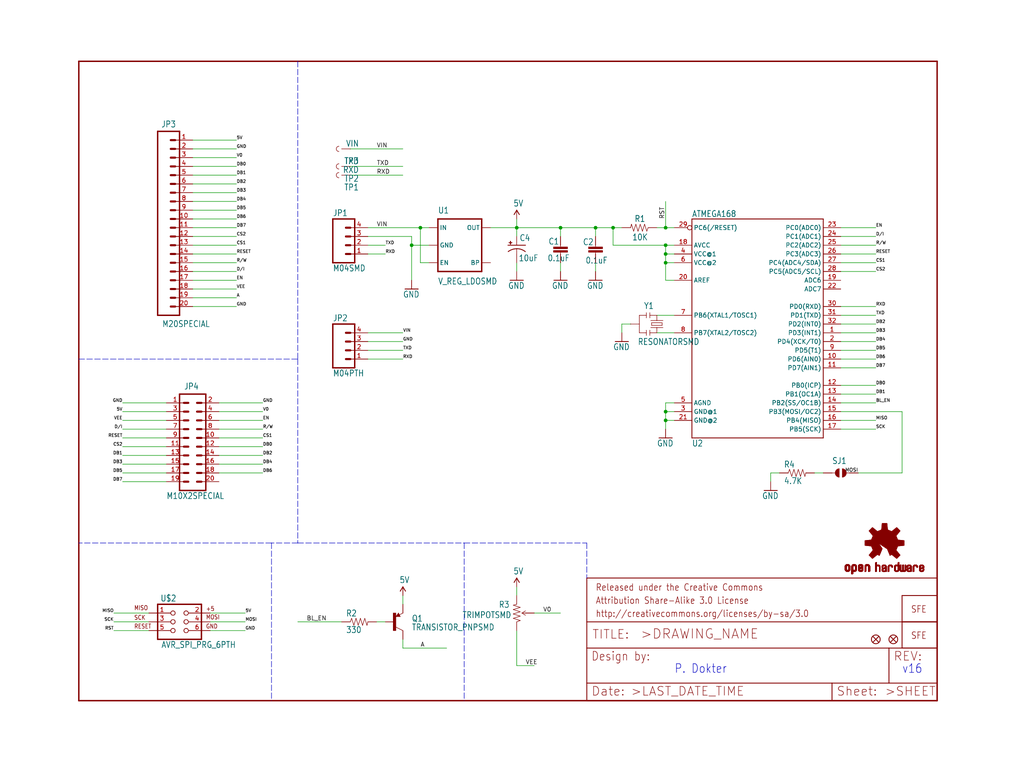
<source format=kicad_sch>
(kicad_sch (version 20211123) (generator eeschema)
  (paper "User" 297.002 223.926)
  (lib_symbols
    (symbol "eagleSchem-eagle-import:5V" (power)
      (property "Value" "5V" (at -1.016 3.556 0))
      (symbol "5V_1_0"
        (pin power_in line (at 0 0 90) (length 2.54) (name "5V") (number "1"))
      )
    )
    (symbol "eagleSchem-eagle-import:ATMEGA168"
      (property "Reference" "U" (at -17.78 -38.1 0))
      (property "Value" "ATMEGA168" (at -17.78 28.448 0))
      (symbol "ATMEGA168_1_0"
        (pin bidirectional line (at 25.4 -5.08 180) (length 5.08) (name "PD3(INT1)") (number "1"))
        (pin bidirectional line (at 25.4 -12.7 180) (length 5.08) (name "PD6(AIN0)") (number "10"))
        (pin bidirectional line (at 25.4 -15.24 180) (length 5.08) (name "PD7(AIN1)") (number "11"))
        (pin bidirectional line (at 25.4 -20.32 180) (length 5.08) (name "PB0(ICP)") (number "12"))
        (pin bidirectional line (at 25.4 -22.86 180) (length 5.08) (name "PB1(OC1A)") (number "13"))
        (pin bidirectional line (at 25.4 -25.4 180) (length 5.08) (name "PB2(SS/OC1B)") (number "14"))
        (pin bidirectional line (at 25.4 -27.94 180) (length 5.08) (name "PB3(MOSI/OC2)") (number "15"))
        (pin bidirectional line (at 25.4 -30.48 180) (length 5.08) (name "PB4(MISO)") (number "16"))
        (pin bidirectional line (at 25.4 -33.02 180) (length 5.08) (name "PB5(SCK)") (number "17"))
        (pin bidirectional line (at -22.86 20.32 0) (length 5.08) (name "AVCC") (number "18"))
        (pin bidirectional line (at 25.4 10.16 180) (length 5.08) (name "ADC6") (number "19"))
        (pin bidirectional line (at 25.4 -7.62 180) (length 5.08) (name "PD4(XCK/T0)") (number "2"))
        (pin bidirectional line (at -22.86 10.16 0) (length 5.08) (name "AREF") (number "20"))
        (pin bidirectional line (at -22.86 -30.48 0) (length 5.08) (name "GND@2") (number "21"))
        (pin bidirectional line (at 25.4 7.62 180) (length 5.08) (name "ADC7") (number "22"))
        (pin bidirectional line (at 25.4 25.4 180) (length 5.08) (name "PC0(ADC0)") (number "23"))
        (pin bidirectional line (at 25.4 22.86 180) (length 5.08) (name "PC1(ADC1)") (number "24"))
        (pin bidirectional line (at 25.4 20.32 180) (length 5.08) (name "PC2(ADC2)") (number "25"))
        (pin bidirectional line (at 25.4 17.78 180) (length 5.08) (name "PC3(ADC3)") (number "26"))
        (pin bidirectional line (at 25.4 15.24 180) (length 5.08) (name "PC4(ADC4/SDA)") (number "27"))
        (pin bidirectional line (at 25.4 12.7 180) (length 5.08) (name "PC5(ADC5/SCL)") (number "28"))
        (pin bidirectional inverted (at -22.86 25.4 0) (length 5.08) (name "PC6(/RESET)") (number "29"))
        (pin bidirectional line (at -22.86 -27.94 0) (length 5.08) (name "GND@1") (number "3"))
        (pin bidirectional line (at 25.4 2.54 180) (length 5.08) (name "PD0(RXD)") (number "30"))
        (pin bidirectional line (at 25.4 0 180) (length 5.08) (name "PD1(TXD)") (number "31"))
        (pin bidirectional line (at 25.4 -2.54 180) (length 5.08) (name "PD2(INT0)") (number "32"))
        (pin bidirectional line (at -22.86 17.78 0) (length 5.08) (name "VCC@1") (number "4"))
        (pin bidirectional line (at -22.86 -25.4 0) (length 5.08) (name "AGND") (number "5"))
        (pin bidirectional line (at -22.86 15.24 0) (length 5.08) (name "VCC@2") (number "6"))
        (pin bidirectional line (at -22.86 0 0) (length 5.08) (name "PB6(XTAL1/TOSC1)") (number "7"))
        (pin bidirectional line (at -22.86 -5.08 0) (length 5.08) (name "PB7(XTAL2/TOSC2)") (number "8"))
        (pin bidirectional line (at 25.4 -10.16 180) (length 5.08) (name "PD5(T1)") (number "9"))
      )
    )
    (symbol "eagleSchem-eagle-import:AVR_SPI_PRG_6PTH"
      (property "Value" "AVR_SPI_PRG_6PTH" (at -4.064 -7.62 0))
      (symbol "AVR_SPI_PRG_6PTH_1_0"
        (text "+5" (at 8.89 3.048 0) (effects (font (size 1.27 1.0795)) (justify left bottom)))
        (text "GND" (at 8.89 -2.032 0) (effects (font (size 1.27 1.0795)) (justify left bottom)))
        (text "MISO" (at -11.938 3.302 0) (effects (font (size 1.27 1.0795)) (justify left bottom)))
        (text "MOSI" (at 8.89 0.635 0) (effects (font (size 1.27 1.0795)) (justify left bottom)))
        (text "RESET" (at -11.938 -2.032 0) (effects (font (size 1.27 1.0795)) (justify left bottom)))
        (text "SCK" (at -11.938 0.508 0) (effects (font (size 1.27 1.0795)) (justify left bottom)))
        (pin passive inverted (at -7.62 2.54 0) (length 7.62) (name "1") (number "1"))
        (pin passive inverted (at 10.16 2.54 180) (length 7.62) (name "2") (number "2"))
        (pin passive inverted (at -7.62 0 0) (length 7.62) (name "3") (number "3"))
        (pin passive inverted (at 10.16 0 180) (length 7.62) (name "4") (number "4"))
        (pin passive inverted (at -7.62 -2.54 0) (length 7.62) (name "5") (number "5"))
        (pin passive inverted (at 10.16 -2.54 180) (length 7.62) (name "6") (number "6"))
      )
    )
    (symbol "eagleSchem-eagle-import:CAP0603-CAP"
      (property "Reference" "C" (at 1.524 2.921 0))
      (property "Value" "CAP0603-CAP" (at 1.524 -2.159 0))
      (symbol "CAP0603-CAP_1_0"
        (pin passive line (at 0 5.08 270) (length 2.54) (name "1") (number "1"))
        (pin passive line (at 0 -2.54 90) (length 2.54) (name "2") (number "2"))
      )
    )
    (symbol "eagleSchem-eagle-import:CAP_POL1206"
      (property "Reference" "C" (at 1.016 0.635 0))
      (property "Value" "CAP_POL1206" (at 1.016 -4.191 0))
      (symbol "CAP_POL1206_1_0"
        (pin passive line (at 0 2.54 270) (length 2.54) (name "+") (number "A"))
        (pin passive line (at 0 -5.08 90) (length 2.54) (name "-") (number "C"))
      )
    )
    (symbol "eagleSchem-eagle-import:FIDUCIAL1X2")
    (symbol "eagleSchem-eagle-import:FRAME-LETTER"
      (symbol "FRAME-LETTER_2_0"
        (text ">DRAWING_NAME" (at 15.494 17.78 0) (effects (font (size 2.7432 2.7432)) (justify left bottom)))
        (text ">LAST_DATE_TIME" (at 12.7 1.27 0) (effects (font (size 2.54 2.54)) (justify left bottom)))
        (text ">SHEET" (at 86.36 1.27 0) (effects (font (size 2.54 2.54)) (justify left bottom)))
        (text "Attribution Share-Alike 3.0 License" (at 2.54 27.94 0) (effects (font (size 1.9304 1.6408)) (justify left bottom)))
        (text "Date:" (at 1.27 1.27 0) (effects (font (size 2.54 2.54)) (justify left bottom)))
        (text "Design by:" (at 1.27 11.43 0) (effects (font (size 2.54 2.159)) (justify left bottom)))
        (text "http://creativecommons.org/licenses/by-sa/3.0" (at 2.54 24.13 0) (effects (font (size 1.9304 1.6408)) (justify left bottom)))
        (text "Released under the Creative Commons" (at 2.54 31.75 0) (effects (font (size 1.9304 1.6408)) (justify left bottom)))
        (text "REV:" (at 88.9 11.43 0) (effects (font (size 2.54 2.54)) (justify left bottom)))
        (text "Sheet:" (at 72.39 1.27 0) (effects (font (size 2.54 2.54)) (justify left bottom)))
        (text "TITLE:" (at 1.524 17.78 0) (effects (font (size 2.54 2.54)) (justify left bottom)))
      )
    )
    (symbol "eagleSchem-eagle-import:GND" (power)
      (property "Value" "GND" (at -2.54 -2.54 0))
      (symbol "GND_1_0"
        (pin power_in line (at 0 2.54 270) (length 2.54) (name "GND") (number "1"))
      )
    )
    (symbol "eagleSchem-eagle-import:LOGO-SFENEW"
      (symbol "LOGO-SFENEW_1_0"
        (text "SFE" (at 0 0 0) (effects (font (size 1.9304 1.6408)) (justify left bottom)))
      )
    )
    (symbol "eagleSchem-eagle-import:M04PTH"
      (property "Reference" "JP" (at -5.08 8.382 0))
      (property "Value" "M04PTH" (at -5.08 -7.62 0))
      (symbol "M04PTH_1_0"
        (pin passive line (at 5.08 -2.54 180) (length 5.08) (name "1") (number "1"))
        (pin passive line (at 5.08 0 180) (length 5.08) (name "2") (number "2"))
        (pin passive line (at 5.08 2.54 180) (length 5.08) (name "3") (number "3"))
        (pin passive line (at 5.08 5.08 180) (length 5.08) (name "4") (number "4"))
      )
    )
    (symbol "eagleSchem-eagle-import:M04SMD"
      (property "Reference" "JP" (at -5.08 8.382 0))
      (property "Value" "M04SMD" (at -5.08 -7.62 0))
      (symbol "M04SMD_1_0"
        (pin passive line (at 5.08 -2.54 180) (length 5.08) (name "1") (number "1"))
        (pin passive line (at 5.08 0 180) (length 5.08) (name "2") (number "2"))
        (pin passive line (at 5.08 2.54 180) (length 5.08) (name "3") (number "3"))
        (pin passive line (at 5.08 5.08 180) (length 5.08) (name "4") (number "4"))
      )
    )
    (symbol "eagleSchem-eagle-import:M10X2SPECIAL"
      (property "Value" "M10X2SPECIAL" (at 0 0 0))
      (symbol "M10X2SPECIAL_1_0"
        (pin passive line (at -5.08 27.94 0) (length 5.08) (name "1") (number "1"))
        (pin passive line (at 10.16 17.78 180) (length 5.08) (name "10") (number "10"))
        (pin passive line (at -5.08 15.24 0) (length 5.08) (name "11") (number "11"))
        (pin passive line (at 10.16 15.24 180) (length 5.08) (name "12") (number "12"))
        (pin passive line (at -5.08 12.7 0) (length 5.08) (name "13") (number "13"))
        (pin passive line (at 10.16 12.7 180) (length 5.08) (name "14") (number "14"))
        (pin passive line (at -5.08 10.16 0) (length 5.08) (name "15") (number "15"))
        (pin passive line (at 10.16 10.16 180) (length 5.08) (name "16") (number "16"))
        (pin passive line (at -5.08 7.62 0) (length 5.08) (name "17") (number "17"))
        (pin passive line (at 10.16 7.62 180) (length 5.08) (name "18") (number "18"))
        (pin passive line (at -5.08 5.08 0) (length 5.08) (name "19") (number "19"))
        (pin passive line (at 10.16 27.94 180) (length 5.08) (name "2") (number "2"))
        (pin passive line (at 10.16 5.08 180) (length 5.08) (name "20") (number "20"))
        (pin passive line (at -5.08 25.4 0) (length 5.08) (name "3") (number "3"))
        (pin passive line (at 10.16 25.4 180) (length 5.08) (name "4") (number "4"))
        (pin passive line (at -5.08 22.86 0) (length 5.08) (name "5") (number "5"))
        (pin passive line (at 10.16 22.86 180) (length 5.08) (name "6") (number "6"))
        (pin passive line (at -5.08 20.32 0) (length 5.08) (name "7") (number "7"))
        (pin passive line (at 10.16 20.32 180) (length 5.08) (name "8") (number "8"))
        (pin passive line (at -5.08 17.78 0) (length 5.08) (name "9") (number "9"))
      )
    )
    (symbol "eagleSchem-eagle-import:M20SPECIAL"
      (property "Value" "M20SPECIAL" (at 0 0 0))
      (symbol "M20SPECIAL_1_0"
        (pin passive line (at 10.16 5.08 180) (length 5.08) (name "1") (number "1"))
        (pin passive line (at 10.16 27.94 180) (length 5.08) (name "10") (number "10"))
        (pin passive line (at 10.16 30.48 180) (length 5.08) (name "11") (number "11"))
        (pin passive line (at 10.16 33.02 180) (length 5.08) (name "12") (number "12"))
        (pin passive line (at 10.16 35.56 180) (length 5.08) (name "13") (number "13"))
        (pin passive line (at 10.16 38.1 180) (length 5.08) (name "14") (number "14"))
        (pin passive line (at 10.16 40.64 180) (length 5.08) (name "15") (number "15"))
        (pin passive line (at 10.16 43.18 180) (length 5.08) (name "16") (number "16"))
        (pin passive line (at 10.16 45.72 180) (length 5.08) (name "17") (number "17"))
        (pin passive line (at 10.16 48.26 180) (length 5.08) (name "18") (number "18"))
        (pin passive line (at 10.16 50.8 180) (length 5.08) (name "19") (number "19"))
        (pin passive line (at 10.16 7.62 180) (length 5.08) (name "2") (number "2"))
        (pin passive line (at 10.16 53.34 180) (length 5.08) (name "20") (number "20"))
        (pin passive line (at 10.16 10.16 180) (length 5.08) (name "3") (number "3"))
        (pin passive line (at 10.16 12.7 180) (length 5.08) (name "4") (number "4"))
        (pin passive line (at 10.16 15.24 180) (length 5.08) (name "5") (number "5"))
        (pin passive line (at 10.16 17.78 180) (length 5.08) (name "6") (number "6"))
        (pin passive line (at 10.16 20.32 180) (length 5.08) (name "7") (number "7"))
        (pin passive line (at 10.16 22.86 180) (length 5.08) (name "8") (number "8"))
        (pin passive line (at 10.16 25.4 180) (length 5.08) (name "9") (number "9"))
      )
    )
    (symbol "eagleSchem-eagle-import:OSHW-LOGOL")
    (symbol "eagleSchem-eagle-import:OSHW-LOGOS")
    (symbol "eagleSchem-eagle-import:RESISTOR0603-RES"
      (property "Reference" "R" (at -3.81 1.4986 0))
      (property "Value" "RESISTOR0603-RES" (at -3.81 -3.302 0))
      (symbol "RESISTOR0603-RES_1_0"
        (pin passive line (at -5.08 0 0) (length 2.54) (name "1") (number "1"))
        (pin passive line (at 5.08 0 180) (length 2.54) (name "2") (number "2"))
      )
    )
    (symbol "eagleSchem-eagle-import:RESONATORSMD"
      (property "Value" "RESONATORSMD" (at 2.54 -7.62 0))
      (symbol "RESONATORSMD_1_0"
        (pin passive line (at -2.54 0 0) (length 0) (name "1") (number "1"))
        (pin passive line (at 0 -7.62 90) (length 0) (name "2") (number "2"))
        (pin passive line (at 2.54 0 180) (length 0) (name "3") (number "3"))
      )
    )
    (symbol "eagleSchem-eagle-import:SOLDERJUMPERNC2"
      (property "Reference" "SJ" (at -2.54 2.54 0))
      (symbol "SOLDERJUMPERNC2_1_0"
        (pin passive line (at -5.08 0 0) (length 2.54) (name "1") (number "1"))
        (pin passive line (at 5.08 0 180) (length 2.54) (name "2") (number "2"))
      )
    )
    (symbol "eagleSchem-eagle-import:TEST-POINT3X5"
      (property "Reference" "TP" (at -2.54 2.54 0))
      (property "Value" "TEST-POINT3X5" (at -2.54 -2.54 0))
      (symbol "TEST-POINT3X5_1_0"
        (pin bidirectional line (at 0 0 180) (length 0) (name "1") (number "P$1"))
      )
    )
    (symbol "eagleSchem-eagle-import:TRANSISTOR_PNPSMD"
      (property "Reference" "Q" (at 5.08 0 0))
      (property "Value" "TRANSISTOR_PNPSMD" (at 5.08 -2.54 0))
      (symbol "TRANSISTOR_PNPSMD_1_0"
        (pin passive line (at -2.54 0 0) (length 2.54) (name "B") (number "1"))
        (pin passive line (at 2.54 5.08 270) (length 2.54) (name "E") (number "2"))
        (pin passive line (at 2.54 -5.08 90) (length 2.54) (name "C") (number "3"))
      )
    )
    (symbol "eagleSchem-eagle-import:TRIMPOTSMD"
      (property "Value" "TRIMPOTSMD" (at -3.81 -3.302 0))
      (symbol "TRIMPOTSMD_1_0"
        (pin passive line (at -5.08 0 0) (length 2.54) (name "CCW") (number "1"))
        (pin passive line (at 0 5.08 270) (length 2.54) (name "WIPER") (number "2"))
        (pin passive line (at 5.08 0 180) (length 2.54) (name "CW") (number "3"))
      )
    )
    (symbol "eagleSchem-eagle-import:V_REG_LDOSMD"
      (property "Value" "V_REG_LDOSMD" (at -7.62 -11.43 0))
      (symbol "V_REG_LDOSMD_1_0"
        (pin input line (at -10.16 5.08 0) (length 2.54) (name "IN") (number "1"))
        (pin input line (at -10.16 0 0) (length 2.54) (name "GND") (number "2"))
        (pin input line (at -10.16 -5.08 0) (length 2.54) (name "EN") (number "3"))
        (pin input line (at 7.62 -5.08 180) (length 2.54) (name "BP") (number "4"))
        (pin passive line (at 7.62 5.08 180) (length 2.54) (name "OUT") (number "5"))
      )
    )
  )
  (junction (at 119.38 71.12))
  (junction (at 121.92 66.04))
  (junction (at 193.04 73.66))
  (junction (at 193.04 121.92))
  (junction (at 193.04 66.04))
  (junction (at 149.86 66.04))
  (junction (at 193.04 119.38))
  (junction (at 172.72 66.04))
  (junction (at 193.04 71.12))
  (junction (at 162.56 66.04))
  (junction (at 177.8 66.04))
  (junction (at 193.04 76.2))
  (wire (pts (xy 195.58 66.04) (xy 193.04 66.04)))
  (wire (pts (xy 116.84 185.42) (xy 116.84 187.96)))
  (wire (pts (xy 193.04 73.66) (xy 193.04 71.12)))
  (wire (pts (xy 193.04 76.2) (xy 193.04 73.66)))
  (wire (pts (xy 106.68 101.6) (xy 116.84 101.6)))
  (wire (pts (xy 55.88 43.18) (xy 68.58 43.18)))
  (wire (pts (xy 55.88 40.64) (xy 68.58 40.64)))
  (wire (pts (xy 177.8 71.12) (xy 177.8 66.04)))
  (wire (pts (xy 243.84 78.74) (xy 254 78.74)))
  (wire (pts (xy 193.04 81.28) (xy 193.04 76.2)))
  (wire (pts (xy 55.88 76.2) (xy 68.58 76.2)))
  (wire (pts (xy 55.88 81.28) (xy 68.58 81.28)))
  (wire (pts (xy 182.88 93.98) (xy 180.34 93.98)))
  (wire (pts (xy 48.26 127) (xy 35.56 127)))
  (wire (pts (xy 172.72 78.74) (xy 172.72 76.2)))
  (wire (pts (xy 149.86 66.04) (xy 162.56 66.04)))
  (wire (pts (xy 243.84 91.44) (xy 254 91.44)))
  (wire (pts (xy 121.92 76.2) (xy 121.92 66.04)))
  (wire (pts (xy 55.88 53.34) (xy 68.58 53.34)))
  (wire (pts (xy 60.96 182.88) (xy 71.12 182.88)))
  (wire (pts (xy 99.06 180.34) (xy 86.36 180.34)))
  (wire (pts (xy 55.88 73.66) (xy 68.58 73.66)))
  (wire (pts (xy 193.04 66.04) (xy 190.5 66.04)))
  (wire (pts (xy 243.84 111.76) (xy 254 111.76)))
  (wire (pts (xy 48.26 132.08) (xy 35.56 132.08)))
  (wire (pts (xy 248.92 137.16) (xy 261.62 137.16)))
  (wire (pts (xy 243.84 114.3) (xy 254 114.3)))
  (wire (pts (xy 63.5 134.62) (xy 76.2 134.62)))
  (wire (pts (xy 243.84 101.6) (xy 254 101.6)))
  (polyline (pts (xy 170.18 157.48) (xy 170.18 167.64)))
  (wire (pts (xy 101.6 48.26) (xy 116.84 48.26)))
  (wire (pts (xy 106.68 68.58) (xy 119.38 68.58)))
  (wire (pts (xy 55.88 45.72) (xy 68.58 45.72)))
  (wire (pts (xy 162.56 76.2) (xy 162.56 78.74)))
  (wire (pts (xy 243.84 116.84) (xy 254 116.84)))
  (wire (pts (xy 195.58 119.38) (xy 193.04 119.38)))
  (wire (pts (xy 55.88 86.36) (xy 68.58 86.36)))
  (wire (pts (xy 195.58 73.66) (xy 193.04 73.66)))
  (wire (pts (xy 149.86 68.58) (xy 149.86 66.04)))
  (polyline (pts (xy 134.62 157.48) (xy 134.62 203.2)))
  (wire (pts (xy 177.8 66.04) (xy 172.72 66.04)))
  (wire (pts (xy 243.84 73.66) (xy 254 73.66)))
  (wire (pts (xy 116.84 187.96) (xy 129.54 187.96)))
  (wire (pts (xy 63.5 119.38) (xy 76.2 119.38)))
  (wire (pts (xy 149.86 172.72) (xy 149.86 170.18)))
  (wire (pts (xy 63.5 129.54) (xy 76.2 129.54)))
  (wire (pts (xy 124.46 76.2) (xy 121.92 76.2)))
  (wire (pts (xy 195.58 116.84) (xy 193.04 116.84)))
  (wire (pts (xy 55.88 48.26) (xy 68.58 48.26)))
  (wire (pts (xy 223.52 139.7) (xy 223.52 137.16)))
  (wire (pts (xy 243.84 96.52) (xy 254 96.52)))
  (wire (pts (xy 193.04 121.92) (xy 193.04 124.46)))
  (wire (pts (xy 121.92 66.04) (xy 124.46 66.04)))
  (wire (pts (xy 172.72 66.04) (xy 172.72 68.58)))
  (wire (pts (xy 48.26 124.46) (xy 35.56 124.46)))
  (wire (pts (xy 106.68 96.52) (xy 116.84 96.52)))
  (polyline (pts (xy 86.36 157.48) (xy 134.62 157.48)))
  (wire (pts (xy 48.26 119.38) (xy 35.56 119.38)))
  (wire (pts (xy 193.04 71.12) (xy 177.8 71.12)))
  (wire (pts (xy 119.38 71.12) (xy 124.46 71.12)))
  (polyline (pts (xy 86.36 157.48) (xy 78.74 157.48)))
  (wire (pts (xy 63.5 124.46) (xy 76.2 124.46)))
  (wire (pts (xy 60.96 180.34) (xy 71.12 180.34)))
  (polyline (pts (xy 78.74 157.48) (xy 78.74 203.2)))
  (wire (pts (xy 55.88 63.5) (xy 68.58 63.5)))
  (wire (pts (xy 162.56 66.04) (xy 172.72 66.04)))
  (wire (pts (xy 243.84 71.12) (xy 254 71.12)))
  (wire (pts (xy 149.86 63.5) (xy 149.86 66.04)))
  (wire (pts (xy 193.04 116.84) (xy 193.04 119.38)))
  (wire (pts (xy 55.88 68.58) (xy 68.58 68.58)))
  (wire (pts (xy 106.68 99.06) (xy 116.84 99.06)))
  (wire (pts (xy 195.58 81.28) (xy 193.04 81.28)))
  (wire (pts (xy 63.5 137.16) (xy 76.2 137.16)))
  (wire (pts (xy 195.58 96.52) (xy 190.5 96.52)))
  (wire (pts (xy 243.84 106.68) (xy 254 106.68)))
  (wire (pts (xy 243.84 88.9) (xy 254 88.9)))
  (wire (pts (xy 33.02 182.88) (xy 43.18 182.88)))
  (wire (pts (xy 116.84 50.8) (xy 101.6 50.8)))
  (wire (pts (xy 195.58 121.92) (xy 193.04 121.92)))
  (wire (pts (xy 48.26 139.7) (xy 35.56 139.7)))
  (wire (pts (xy 243.84 119.38) (xy 261.62 119.38)))
  (wire (pts (xy 63.5 116.84) (xy 76.2 116.84)))
  (wire (pts (xy 55.88 83.82) (xy 68.58 83.82)))
  (polyline (pts (xy 86.36 104.14) (xy 86.36 157.48)))
  (wire (pts (xy 243.84 76.2) (xy 254 76.2)))
  (wire (pts (xy 55.88 78.74) (xy 68.58 78.74)))
  (wire (pts (xy 119.38 68.58) (xy 119.38 71.12)))
  (polyline (pts (xy 86.36 17.78) (xy 86.36 104.14)))
  (wire (pts (xy 63.5 132.08) (xy 76.2 132.08)))
  (wire (pts (xy 48.26 137.16) (xy 35.56 137.16)))
  (polyline (pts (xy 134.62 157.48) (xy 170.18 157.48)))
  (wire (pts (xy 63.5 121.92) (xy 76.2 121.92)))
  (wire (pts (xy 55.88 58.42) (xy 68.58 58.42)))
  (wire (pts (xy 48.26 116.84) (xy 35.56 116.84)))
  (wire (pts (xy 180.34 93.98) (xy 180.34 96.52)))
  (wire (pts (xy 195.58 91.44) (xy 190.5 91.44)))
  (wire (pts (xy 195.58 71.12) (xy 193.04 71.12)))
  (wire (pts (xy 55.88 50.8) (xy 68.58 50.8)))
  (wire (pts (xy 111.76 180.34) (xy 109.22 180.34)))
  (wire (pts (xy 195.58 76.2) (xy 193.04 76.2)))
  (wire (pts (xy 180.34 66.04) (xy 177.8 66.04)))
  (wire (pts (xy 149.86 76.2) (xy 149.86 78.74)))
  (wire (pts (xy 243.84 104.14) (xy 254 104.14)))
  (wire (pts (xy 106.68 73.66) (xy 111.76 73.66)))
  (wire (pts (xy 60.96 177.8) (xy 71.12 177.8)))
  (wire (pts (xy 106.68 66.04) (xy 121.92 66.04)))
  (wire (pts (xy 162.56 68.58) (xy 162.56 66.04)))
  (polyline (pts (xy 78.74 157.48) (xy 22.86 157.48)))
  (wire (pts (xy 106.68 71.12) (xy 111.76 71.12)))
  (wire (pts (xy 261.62 137.16) (xy 261.62 119.38)))
  (wire (pts (xy 236.22 137.16) (xy 238.76 137.16)))
  (wire (pts (xy 116.84 175.26) (xy 116.84 172.72)))
  (wire (pts (xy 63.5 127) (xy 76.2 127)))
  (wire (pts (xy 243.84 93.98) (xy 254 93.98)))
  (wire (pts (xy 101.6 43.18) (xy 116.84 43.18)))
  (wire (pts (xy 243.84 99.06) (xy 254 99.06)))
  (polyline (pts (xy 22.86 104.14) (xy 86.36 104.14)))
  (wire (pts (xy 149.86 193.04) (xy 154.94 193.04)))
  (wire (pts (xy 223.52 137.16) (xy 226.06 137.16)))
  (wire (pts (xy 193.04 119.38) (xy 193.04 121.92)))
  (wire (pts (xy 33.02 180.34) (xy 43.18 180.34)))
  (wire (pts (xy 55.88 60.96) (xy 68.58 60.96)))
  (wire (pts (xy 48.26 129.54) (xy 35.56 129.54)))
  (wire (pts (xy 142.24 66.04) (xy 149.86 66.04)))
  (wire (pts (xy 243.84 121.92) (xy 254 121.92)))
  (wire (pts (xy 149.86 182.88) (xy 149.86 193.04)))
  (wire (pts (xy 243.84 124.46) (xy 254 124.46)))
  (wire (pts (xy 33.02 177.8) (xy 43.18 177.8)))
  (wire (pts (xy 106.68 104.14) (xy 116.84 104.14)))
  (wire (pts (xy 55.88 66.04) (xy 68.58 66.04)))
  (wire (pts (xy 119.38 71.12) (xy 119.38 81.28)))
  (wire (pts (xy 193.04 66.04) (xy 193.04 58.42)))
  (wire (pts (xy 55.88 88.9) (xy 68.58 88.9)))
  (wire (pts (xy 243.84 68.58) (xy 254 68.58)))
  (wire (pts (xy 55.88 55.88) (xy 68.58 55.88)))
  (wire (pts (xy 243.84 66.04) (xy 254 66.04)))
  (wire (pts (xy 55.88 71.12) (xy 68.58 71.12)))
  (wire (pts (xy 48.26 134.62) (xy 35.56 134.62)))
  (wire (pts (xy 48.26 121.92) (xy 35.56 121.92)))
  (wire (pts (xy 154.94 177.8) (xy 162.56 177.8)))
  (text "v16" (at 261.62 195.58 180) (effects (font (size 2.54 2.159)) (justify left bottom)))
  (text "P. Dokter" (at 195.58 195.58 180) (effects (font (size 2.54 2.159)) (justify left bottom)))
  (label "V0" (at 76.2 119.38 0) (effects (font (size 0.889 0.889))))
  (label "V0" (at 68.58 45.72 0) (effects (font (size 0.889 0.889))))
  (label "CS1" (at 76.2 127 0) (effects (font (size 0.889 0.889))))
  (label "DB7" (at 68.58 66.04 0) (effects (font (size 0.889 0.889))))
  (label "MISO" (at 33.02 177.8 180) (effects (font (size 0.889 0.889))))
  (label "RXD" (at 111.76 73.66 0) (effects (font (size 0.889 0.889))))
  (label "D/I" (at 254 68.58 0) (effects (font (size 0.889 0.889))))
  (label "GND" (at 76.2 116.84 0) (effects (font (size 0.889 0.889))))
  (label "CS2" (at 68.58 68.58 0) (effects (font (size 0.889 0.889))))
  (label "TXD" (at 111.76 71.12 0) (effects (font (size 0.889 0.889))))
  (label "VIN" (at 109.22 66.04 0) (effects (font (size 1.2446 1.2446))))
  (label "MOSI" (at 248.92 137.16 180) (effects (font (size 1.016 1.016))))
  (label "D/I" (at 35.56 124.46 180) (effects (font (size 0.889 0.889))))
  (label "A" (at 121.92 187.96 0) (effects (font (size 1.2446 1.2446))))
  (label "A" (at 68.58 86.36 0) (effects (font (size 0.889 0.889))))
  (label "BL_EN" (at 254 116.84 0) (effects (font (size 0.889 0.889))))
  (label "DB2" (at 76.2 132.08 0) (effects (font (size 0.889 0.889))))
  (label "TXD" (at 109.22 48.26 0) (effects (font (size 1.2446 1.2446))))
  (label "V0" (at 157.48 177.8 0) (effects (font (size 1.2446 1.2446))))
  (label "EN" (at 68.58 81.28 0) (effects (font (size 0.889 0.889))))
  (label "DB7" (at 35.56 139.7 180) (effects (font (size 0.889 0.889))))
  (label "TXD" (at 116.84 101.6 0) (effects (font (size 0.889 0.889))))
  (label "DB5" (at 35.56 137.16 180) (effects (font (size 0.889 0.889))))
  (label "DB6" (at 76.2 137.16 0) (effects (font (size 0.889 0.889))))
  (label "SCK" (at 254 124.46 0) (effects (font (size 0.889 0.889))))
  (label "R/W" (at 76.2 124.46 0) (effects (font (size 0.889 0.889))))
  (label "CS1" (at 254 76.2 0) (effects (font (size 0.889 0.889))))
  (label "DB5" (at 254 101.6 0) (effects (font (size 0.889 0.889))))
  (label "BL_EN" (at 88.9 180.34 0) (effects (font (size 1.2446 1.2446))))
  (label "DB6" (at 68.58 63.5 0) (effects (font (size 0.889 0.889))))
  (label "DB6" (at 254 104.14 0) (effects (font (size 0.889 0.889))))
  (label "5V" (at 35.56 119.38 180) (effects (font (size 0.889 0.889))))
  (label "DB1" (at 35.56 132.08 180) (effects (font (size 0.889 0.889))))
  (label "TXD" (at 254 91.44 0) (effects (font (size 0.889 0.889))))
  (label "R/W" (at 254 71.12 0) (effects (font (size 0.889 0.889))))
  (label "D/I" (at 68.58 78.74 0) (effects (font (size 0.889 0.889))))
  (label "RXD" (at 116.84 104.14 0) (effects (font (size 0.889 0.889))))
  (label "RXD" (at 254 88.9 0) (effects (font (size 0.889 0.889))))
  (label "VEE" (at 68.58 83.82 0) (effects (font (size 0.889 0.889))))
  (label "EN" (at 254 66.04 0) (effects (font (size 0.889 0.889))))
  (label "DB7" (at 254 106.68 0) (effects (font (size 0.889 0.889))))
  (label "RST" (at 33.02 182.88 180) (effects (font (size 0.889 0.889))))
  (label "SCK" (at 33.02 180.34 180) (effects (font (size 0.889 0.889))))
  (label "DB3" (at 254 96.52 0) (effects (font (size 0.889 0.889))))
  (label "DB4" (at 254 99.06 0) (effects (font (size 0.889 0.889))))
  (label "DB2" (at 68.58 53.34 0) (effects (font (size 0.889 0.889))))
  (label "DB1" (at 68.58 50.8 0) (effects (font (size 0.889 0.889))))
  (label "VIN" (at 116.84 96.52 0) (effects (font (size 0.889 0.889))))
  (label "DB5" (at 68.58 60.96 0) (effects (font (size 0.889 0.889))))
  (label "DB0" (at 254 111.76 0) (effects (font (size 0.889 0.889))))
  (label "CS2" (at 254 78.74 0) (effects (font (size 0.889 0.889))))
  (label "GND" (at 71.12 182.88 0) (effects (font (size 0.889 0.889))))
  (label "5V" (at 71.12 177.8 0) (effects (font (size 0.889 0.889))))
  (label "5V" (at 68.58 40.64 0) (effects (font (size 0.889 0.889))))
  (label "RXD" (at 109.22 50.8 0) (effects (font (size 1.2446 1.2446))))
  (label "RESET" (at 35.56 127 180) (effects (font (size 0.889 0.889))))
  (label "GND" (at 35.56 116.84 180) (effects (font (size 0.889 0.889))))
  (label "CS1" (at 68.58 71.12 0) (effects (font (size 0.889 0.889))))
  (label "MOSI" (at 71.12 180.34 0) (effects (font (size 0.889 0.889))))
  (label "GND" (at 68.58 88.9 0) (effects (font (size 0.889 0.889))))
  (label "DB0" (at 76.2 129.54 0) (effects (font (size 0.889 0.889))))
  (label "EN" (at 76.2 121.92 0) (effects (font (size 0.889 0.889))))
  (label "RESET" (at 254 73.66 0) (effects (font (size 0.889 0.889))))
  (label "DB0" (at 68.58 48.26 0) (effects (font (size 0.889 0.889))))
  (label "RST" (at 193.04 63.5 90) (effects (font (size 1.2446 1.2446))))
  (label "RESET" (at 68.58 73.66 0) (effects (font (size 0.889 0.889))))
  (label "VEE" (at 35.56 121.92 180) (effects (font (size 0.889 0.889))))
  (label "VIN" (at 109.22 43.18 0) (effects (font (size 1.2446 1.2446))))
  (label "DB4" (at 76.2 134.62 0) (effects (font (size 0.889 0.889))))
  (label "MISO" (at 254 121.92 0) (effects (font (size 0.889 0.889))))
  (label "DB3" (at 68.58 55.88 0) (effects (font (size 0.889 0.889))))
  (label "R/W" (at 68.58 76.2 0) (effects (font (size 0.889 0.889))))
  (label "CS2" (at 35.56 129.54 180) (effects (font (size 0.889 0.889))))
  (label "GND" (at 116.84 99.06 0) (effects (font (size 0.889 0.889))))
  (label "DB1" (at 254 114.3 0) (effects (font (size 0.889 0.889))))
  (label "DB2" (at 254 93.98 0) (effects (font (size 0.889 0.889))))
  (label "GND" (at 68.58 43.18 0) (effects (font (size 0.889 0.889))))
  (label "VEE" (at 152.4 193.04 0) (effects (font (size 1.2446 1.2446))))
  (label "DB4" (at 68.58 58.42 0) (effects (font (size 0.889 0.889))))
  (label "DB3" (at 35.56 134.62 180) (effects (font (size 0.889 0.889))))
  (symbol (lib_id "eagleSchem-eagle-import:M10X2SPECIAL") (at 53.34 144.78 0) (unit 1)
    (property "Reference" "JP4" (at 53.34 113.03 0) (effects (font (size 1.778 1.5113)) (justify left bottom)))
    (property "Value" "M10X2SPECIAL" (at 48.26 144.78 0) (effects (font (size 1.778 1.5113)) (justify left bottom)))
    (property "Footprint" "eagleSchem:2X10_LOCK_SPECIAL" (effects hide))
  )
  (symbol (lib_id "eagleSchem-eagle-import:M20SPECIAL") (at 45.72 35.56 0) (mirror x) (unit 1)
    (property "Reference" "JP3" (at 46.736 35.052 0) (effects (font (size 1.778 1.5113)) (justify left bottom)))
    (property "Value" "M20SPECIAL" (at 46.99 92.964 0) (effects (font (size 1.778 1.5113)) (justify left bottom)))
    (property "Footprint" "eagleSchem:1X20_LOCK_SPECIAL" (effects hide))
  )
  (symbol (lib_id "eagleSchem-eagle-import:OSHW-LOGOS") (at 256.54 157.48 0) (unit 1)
    (property "Reference" "LOGO3" (effects hide))
    (property "Value" "OSHW-LOGOS" (effects hide))
    (property "Footprint" "eagleSchem:OSHW-LOGO-S" (effects hide))
  )
  (symbol (lib_id "eagleSchem-eagle-import:TRANSISTOR_PNPSMD") (at 114.3 180.34 0) (unit 1)
    (property "Reference" "Q1" (at 119.38 180.34 0) (effects (font (size 1.778 1.5113)) (justify left bottom)))
    (property "Value" "TRANSISTOR_PNPSMD" (at 119.38 182.88 0) (effects (font (size 1.778 1.5113)) (justify left bottom)))
    (property "Footprint" "eagleSchem:SOT23-3" (effects hide))
  )
  (symbol (lib_id "eagleSchem-eagle-import:LOGO-SFENEW") (at 264.16 185.42 0) (unit 1)
    (property "Reference" "U$8" (effects hide))
    (property "Value" "LOGO-SFENEW" (effects hide))
    (property "Footprint" "eagleSchem:SFE-NEW-WEBLOGO" (effects hide))
  )
  (symbol (lib_id "eagleSchem-eagle-import:M04SMD") (at 101.6 71.12 0) (unit 1)
    (property "Reference" "JP1" (at 96.52 62.738 0) (effects (font (size 1.778 1.5113)) (justify left bottom)))
    (property "Value" "M04SMD" (at 96.52 78.74 0) (effects (font (size 1.778 1.5113)) (justify left bottom)))
    (property "Footprint" "eagleSchem:1X04-SMD" (effects hide))
  )
  (symbol (lib_id "eagleSchem-eagle-import:FIDUCIAL1X2") (at 259.08 185.42 0) (unit 1)
    (property "Reference" "U$10" (effects hide))
    (property "Value" "FIDUCIAL1X2" (effects hide))
    (property "Footprint" "eagleSchem:FIDUCIAL-1X2" (effects hide))
  )
  (symbol (lib_id "eagleSchem-eagle-import:GND") (at 162.56 81.28 0) (unit 1)
    (property "Reference" "#GND2" (effects hide))
    (property "Value" "GND" (at 160.02 83.82 0) (effects (font (size 1.778 1.5113)) (justify left bottom)))
    (property "Footprint" "eagleSchem:" (effects hide))
  )
  (symbol (lib_id "eagleSchem-eagle-import:CAP0603-CAP") (at 172.72 71.12 180) (unit 1)
    (property "Reference" "C2" (at 172.212 69.215 0) (effects (font (size 1.778 1.5113)) (justify left bottom)))
    (property "Value" "0.1uF" (at 176.276 74.549 0) (effects (font (size 1.778 1.5113)) (justify left bottom)))
    (property "Footprint" "eagleSchem:0603-CAP" (effects hide))
  )
  (symbol (lib_id "eagleSchem-eagle-import:TEST-POINT3X5") (at 101.6 43.18 180) (unit 1)
    (property "Reference" "TP3" (at 104.14 45.72 0) (effects (font (size 1.778 1.5113)) (justify left bottom)))
    (property "Value" "VIN" (at 104.14 40.64 0) (effects (font (size 1.778 1.5113)) (justify left bottom)))
    (property "Footprint" "eagleSchem:PAD.03X.05" (effects hide))
  )
  (symbol (lib_id "eagleSchem-eagle-import:5V") (at 149.86 170.18 0) (unit 1)
    (property "Reference" "#U$5" (effects hide))
    (property "Value" "5V" (at 148.844 166.624 0) (effects (font (size 1.778 1.5113)) (justify left bottom)))
    (property "Footprint" "eagleSchem:" (effects hide))
  )
  (symbol (lib_id "eagleSchem-eagle-import:RESONATORSMD") (at 190.5 93.98 270) (unit 1)
    (property "Reference" "Y1" (at 186.69 89.662 90) (effects (font (size 1.778 1.5113)) (justify left bottom)))
    (property "Value" "RESONATORSMD" (at 184.912 100.076 90) (effects (font (size 1.778 1.5113)) (justify left bottom)))
    (property "Footprint" "eagleSchem:RESONATOR-SMD" (effects hide))
  )
  (symbol (lib_id "eagleSchem-eagle-import:SOLDERJUMPERNC2") (at 243.84 137.16 0) (unit 1)
    (property "Reference" "SJ1" (at 241.3 134.62 0) (effects (font (size 1.778 1.5113)) (justify left bottom)))
    (property "Value" "SOLDERJUMPERNC2" (effects hide))
    (property "Footprint" "eagleSchem:SJ_2S-NOTRACE" (effects hide))
  )
  (symbol (lib_id "eagleSchem-eagle-import:TEST-POINT3X5") (at 101.6 48.26 180) (unit 1)
    (property "Reference" "TP2" (at 104.14 50.8 0) (effects (font (size 1.778 1.5113)) (justify left bottom)))
    (property "Value" "TXD" (at 104.14 45.72 0) (effects (font (size 1.778 1.5113)) (justify left bottom)))
    (property "Footprint" "eagleSchem:PAD.03X.05" (effects hide))
  )
  (symbol (lib_id "eagleSchem-eagle-import:OSHW-LOGOL") (at 256.54 157.48 0) (unit 1)
    (property "Reference" "LOGO1" (effects hide))
    (property "Value" "OSHW-LOGOL" (effects hide))
    (property "Footprint" "eagleSchem:OSHW-LOGO-L" (effects hide))
  )
  (symbol (lib_id "eagleSchem-eagle-import:FRAME-LETTER") (at 170.18 203.2 0) (unit 2)
    (property "Reference" "FRAME1" (effects hide))
    (property "Value" "FRAME-LETTER" (effects hide))
    (property "Footprint" "eagleSchem:CREATIVE_COMMONS" (effects hide))
  )
  (symbol (lib_id "eagleSchem-eagle-import:RESISTOR0603-RES") (at 104.14 180.34 0) (unit 1)
    (property "Reference" "R2" (at 100.33 178.8414 0) (effects (font (size 1.778 1.5113)) (justify left bottom)))
    (property "Value" "330" (at 100.33 183.642 0) (effects (font (size 1.778 1.5113)) (justify left bottom)))
    (property "Footprint" "eagleSchem:0603-RES" (effects hide))
  )
  (symbol (lib_id "eagleSchem-eagle-import:CAP0603-CAP") (at 162.56 73.66 0) (unit 1)
    (property "Reference" "C1" (at 159.004 70.993 0) (effects (font (size 1.778 1.5113)) (justify left bottom)))
    (property "Value" "0.1uF" (at 158.75 75.819 0) (effects (font (size 1.778 1.5113)) (justify left bottom)))
    (property "Footprint" "eagleSchem:0603-CAP" (effects hide))
  )
  (symbol (lib_id "eagleSchem-eagle-import:GND") (at 193.04 127 0) (unit 1)
    (property "Reference" "#GND5" (effects hide))
    (property "Value" "GND" (at 190.5 129.54 0) (effects (font (size 1.778 1.5113)) (justify left bottom)))
    (property "Footprint" "eagleSchem:" (effects hide))
  )
  (symbol (lib_id "eagleSchem-eagle-import:TRIMPOTSMD") (at 149.86 177.8 270) (mirror x) (unit 1)
    (property "Reference" "R3" (at 147.828 176.3014 90) (effects (font (size 1.778 1.5113)) (justify right top)))
    (property "Value" "TRIMPOTSMD" (at 148.336 179.324 90) (effects (font (size 1.778 1.5113)) (justify right top)))
    (property "Footprint" "eagleSchem:TRIMPOT-3MM" (effects hide))
  )
  (symbol (lib_id "eagleSchem-eagle-import:ATMEGA168") (at 218.44 91.44 0) (unit 1)
    (property "Reference" "U2" (at 200.66 129.54 0) (effects (font (size 1.778 1.5113)) (justify left bottom)))
    (property "Value" "ATMEGA168" (at 200.66 62.992 0) (effects (font (size 1.778 1.5113)) (justify left bottom)))
    (property "Footprint" "eagleSchem:TQFP32-08" (effects hide))
  )
  (symbol (lib_id "eagleSchem-eagle-import:M04PTH") (at 101.6 101.6 0) (unit 1)
    (property "Reference" "JP2" (at 96.52 93.218 0) (effects (font (size 1.778 1.5113)) (justify left bottom)))
    (property "Value" "M04PTH" (at 96.52 109.22 0) (effects (font (size 1.778 1.5113)) (justify left bottom)))
    (property "Footprint" "eagleSchem:1X04" (effects hide))
  )
  (symbol (lib_id "eagleSchem-eagle-import:5V") (at 149.86 63.5 0) (unit 1)
    (property "Reference" "#U$6" (effects hide))
    (property "Value" "5V" (at 148.844 59.944 0) (effects (font (size 1.778 1.5113)) (justify left bottom)))
    (property "Footprint" "eagleSchem:" (effects hide))
  )
  (symbol (lib_id "eagleSchem-eagle-import:FRAME-LETTER") (at 22.86 203.2 0) (unit 1)
    (property "Reference" "FRAME1" (effects hide))
    (property "Value" "FRAME-LETTER" (effects hide))
    (property "Footprint" "eagleSchem:CREATIVE_COMMONS" (effects hide))
  )
  (symbol (lib_id "eagleSchem-eagle-import:GND") (at 223.52 142.24 0) (unit 1)
    (property "Reference" "#GND6" (effects hide))
    (property "Value" "GND" (at 220.98 144.78 0) (effects (font (size 1.778 1.5113)) (justify left bottom)))
    (property "Footprint" "eagleSchem:" (effects hide))
  )
  (symbol (lib_id "eagleSchem-eagle-import:RESISTOR0603-RES") (at 231.14 137.16 0) (unit 1)
    (property "Reference" "R4" (at 227.33 135.6614 0) (effects (font (size 1.778 1.5113)) (justify left bottom)))
    (property "Value" "4.7K" (at 227.33 140.462 0) (effects (font (size 1.778 1.5113)) (justify left bottom)))
    (property "Footprint" "eagleSchem:0603-RES" (effects hide))
  )
  (symbol (lib_id "eagleSchem-eagle-import:V_REG_LDOSMD") (at 134.62 71.12 0) (unit 1)
    (property "Reference" "U1" (at 127 61.976 0) (effects (font (size 1.778 1.5113)) (justify left bottom)))
    (property "Value" "V_REG_LDOSMD" (at 127 82.55 0) (effects (font (size 1.778 1.5113)) (justify left bottom)))
    (property "Footprint" "eagleSchem:SOT23-5" (effects hide))
  )
  (symbol (lib_id "eagleSchem-eagle-import:GND") (at 119.38 83.82 0) (unit 1)
    (property "Reference" "#GND1" (effects hide))
    (property "Value" "GND" (at 116.84 86.36 0) (effects (font (size 1.778 1.5113)) (justify left bottom)))
    (property "Footprint" "eagleSchem:" (effects hide))
  )
  (symbol (lib_id "eagleSchem-eagle-import:GND") (at 180.34 99.06 0) (unit 1)
    (property "Reference" "#GND7" (effects hide))
    (property "Value" "GND" (at 177.8 101.6 0) (effects (font (size 1.778 1.5113)) (justify left bottom)))
    (property "Footprint" "eagleSchem:" (effects hide))
  )
  (symbol (lib_id "eagleSchem-eagle-import:TEST-POINT3X5") (at 101.6 50.8 180) (unit 1)
    (property "Reference" "TP1" (at 104.14 53.34 0) (effects (font (size 1.778 1.5113)) (justify left bottom)))
    (property "Value" "RXD" (at 104.14 48.26 0) (effects (font (size 1.778 1.5113)) (justify left bottom)))
    (property "Footprint" "eagleSchem:PAD.03X.05" (effects hide))
  )
  (symbol (lib_id "eagleSchem-eagle-import:AVR_SPI_PRG_6PTH") (at 50.8 180.34 0) (unit 1)
    (property "Reference" "U$2" (at 46.482 174.498 0) (effects (font (size 1.778 1.5113)) (justify left bottom)))
    (property "Value" "AVR_SPI_PRG_6PTH" (at 46.736 187.96 0) (effects (font (size 1.778 1.5113)) (justify left bottom)))
    (property "Footprint" "eagleSchem:2X3" (effects hide))
  )
  (symbol (lib_id "eagleSchem-eagle-import:GND") (at 149.86 81.28 0) (unit 1)
    (property "Reference" "#GND3" (effects hide))
    (property "Value" "GND" (at 147.32 83.82 0) (effects (font (size 1.778 1.5113)) (justify left bottom)))
    (property "Footprint" "eagleSchem:" (effects hide))
  )
  (symbol (lib_id "eagleSchem-eagle-import:FIDUCIAL1X2") (at 254 185.42 0) (unit 1)
    (property "Reference" "U$9" (effects hide))
    (property "Value" "FIDUCIAL1X2" (effects hide))
    (property "Footprint" "eagleSchem:FIDUCIAL-1X2" (effects hide))
  )
  (symbol (lib_id "eagleSchem-eagle-import:RESISTOR0603-RES") (at 185.42 66.04 180) (unit 1)
    (property "Reference" "R1" (at 187.198 62.4586 0) (effects (font (size 1.778 1.5113)) (justify left bottom)))
    (property "Value" "10K" (at 187.96 67.818 0) (effects (font (size 1.778 1.5113)) (justify left bottom)))
    (property "Footprint" "eagleSchem:0603-RES" (effects hide))
  )
  (symbol (lib_id "eagleSchem-eagle-import:GND") (at 172.72 81.28 0) (unit 1)
    (property "Reference" "#GND4" (effects hide))
    (property "Value" "GND" (at 170.18 83.82 0) (effects (font (size 1.778 1.5113)) (justify left bottom)))
    (property "Footprint" "eagleSchem:" (effects hide))
  )
  (symbol (lib_id "eagleSchem-eagle-import:LOGO-SFENEW") (at 264.16 177.8 0) (unit 1)
    (property "Reference" "LOGO2" (effects hide))
    (property "Value" "LOGO-SFENEW" (effects hide))
    (property "Footprint" "eagleSchem:SFE-NEW-WEBLOGO" (effects hide))
  )
  (symbol (lib_id "eagleSchem-eagle-import:CAP_POL1206") (at 149.86 71.12 0) (unit 1)
    (property "Reference" "C4" (at 150.622 69.977 0) (effects (font (size 1.778 1.5113)) (justify left bottom)))
    (property "Value" "10uF" (at 150.368 75.819 0) (effects (font (size 1.778 1.5113)) (justify left bottom)))
    (property "Footprint" "eagleSchem:EIA3216" (effects hide))
  )
  (symbol (lib_id "eagleSchem-eagle-import:5V") (at 116.84 172.72 0) (unit 1)
    (property "Reference" "#U$7" (effects hide))
    (property "Value" "5V" (at 115.824 169.164 0) (effects (font (size 1.778 1.5113)) (justify left bottom)))
    (property "Footprint" "eagleSchem:" (effects hide))
  )
)
</source>
